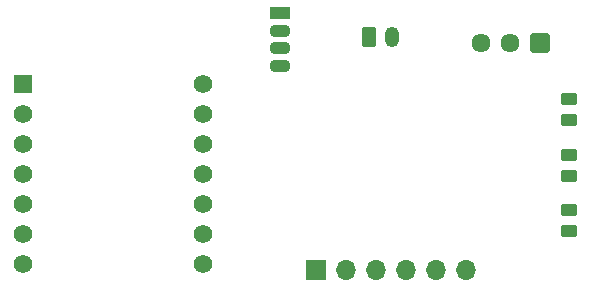
<source format=gbr>
%TF.GenerationSoftware,KiCad,Pcbnew,8.0.8*%
%TF.CreationDate,2025-05-04T21:31:51-07:00*%
%TF.ProjectId,ACL_ToF,41434c5f-546f-4462-9e6b-696361645f70,rev?*%
%TF.SameCoordinates,Original*%
%TF.FileFunction,Soldermask,Top*%
%TF.FilePolarity,Negative*%
%FSLAX46Y46*%
G04 Gerber Fmt 4.6, Leading zero omitted, Abs format (unit mm)*
G04 Created by KiCad (PCBNEW 8.0.8) date 2025-05-04 21:31:51*
%MOMM*%
%LPD*%
G01*
G04 APERTURE LIST*
G04 Aperture macros list*
%AMRoundRect*
0 Rectangle with rounded corners*
0 $1 Rounding radius*
0 $2 $3 $4 $5 $6 $7 $8 $9 X,Y pos of 4 corners*
0 Add a 4 corners polygon primitive as box body*
4,1,4,$2,$3,$4,$5,$6,$7,$8,$9,$2,$3,0*
0 Add four circle primitives for the rounded corners*
1,1,$1+$1,$2,$3*
1,1,$1+$1,$4,$5*
1,1,$1+$1,$6,$7*
1,1,$1+$1,$8,$9*
0 Add four rect primitives between the rounded corners*
20,1,$1+$1,$2,$3,$4,$5,0*
20,1,$1+$1,$4,$5,$6,$7,0*
20,1,$1+$1,$6,$7,$8,$9,0*
20,1,$1+$1,$8,$9,$2,$3,0*%
G04 Aperture macros list end*
%ADD10RoundRect,0.102000X0.704000X0.704000X-0.704000X0.704000X-0.704000X-0.704000X0.704000X-0.704000X0*%
%ADD11C,1.612000*%
%ADD12RoundRect,0.250000X-0.450000X0.262500X-0.450000X-0.262500X0.450000X-0.262500X0.450000X0.262500X0*%
%ADD13RoundRect,0.250000X-0.350000X-0.625000X0.350000X-0.625000X0.350000X0.625000X-0.350000X0.625000X0*%
%ADD14O,1.200000X1.750000*%
%ADD15R,1.800000X1.100000*%
%ADD16O,1.800000X1.100000*%
%ADD17RoundRect,0.102000X-0.679000X-0.679000X0.679000X-0.679000X0.679000X0.679000X-0.679000X0.679000X0*%
%ADD18C,1.562000*%
%ADD19R,1.700000X1.700000*%
%ADD20O,1.700000X1.700000*%
G04 APERTURE END LIST*
D10*
%TO.C,SW1*%
X172500000Y-66500000D03*
D11*
X170000000Y-66500000D03*
X167500000Y-66500000D03*
%TD*%
D12*
%TO.C,R3*%
X175000000Y-80675000D03*
X175000000Y-82500000D03*
%TD*%
D13*
%TO.C,BT1*%
X158000000Y-66000000D03*
D14*
X160000000Y-66000000D03*
%TD*%
D15*
%TO.C,D1*%
X150500000Y-64000000D03*
D16*
X150500000Y-65520000D03*
X150500000Y-67000000D03*
X150500000Y-68500000D03*
%TD*%
D12*
%TO.C,R2*%
X175000000Y-76000000D03*
X175000000Y-77825000D03*
%TD*%
%TO.C,R1*%
X175000000Y-71262500D03*
X175000000Y-73087500D03*
%TD*%
D17*
%TO.C,U1*%
X128760000Y-70000000D03*
D18*
X128760000Y-72540000D03*
X128760000Y-75080000D03*
X128760000Y-77620000D03*
X128760000Y-80160000D03*
X128760000Y-82700000D03*
X128760000Y-85240000D03*
X144000000Y-85240000D03*
X144000000Y-82700000D03*
X144000000Y-80160000D03*
X144000000Y-77620000D03*
X144000000Y-75080000D03*
X144000000Y-72540000D03*
X144000000Y-70000000D03*
%TD*%
D19*
%TO.C,J1*%
X153550000Y-85770000D03*
D20*
X156090000Y-85770000D03*
X158630000Y-85770000D03*
X161170000Y-85770000D03*
X163710000Y-85770000D03*
X166250000Y-85770000D03*
%TD*%
M02*

</source>
